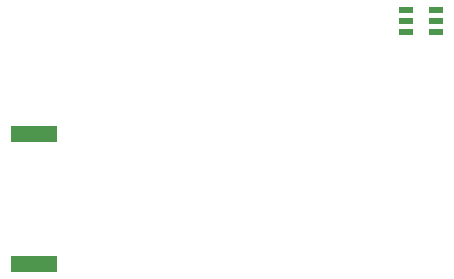
<source format=gtp>
%TF.GenerationSoftware,KiCad,Pcbnew,9.0.3*%
%TF.CreationDate,2025-08-18T10:50:27+02:00*%
%TF.ProjectId,gopher-arcade,676f7068-6572-42d6-9172-636164652e6b,rev?*%
%TF.SameCoordinates,Original*%
%TF.FileFunction,Paste,Top*%
%TF.FilePolarity,Positive*%
%FSLAX46Y46*%
G04 Gerber Fmt 4.6, Leading zero omitted, Abs format (unit mm)*
G04 Created by KiCad (PCBNEW 9.0.3) date 2025-08-18 10:50:27*
%MOMM*%
%LPD*%
G01*
G04 APERTURE LIST*
G04 Aperture macros list*
%AMRoundRect*
0 Rectangle with rounded corners*
0 $1 Rounding radius*
0 $2 $3 $4 $5 $6 $7 $8 $9 X,Y pos of 4 corners*
0 Add a 4 corners polygon primitive as box body*
4,1,4,$2,$3,$4,$5,$6,$7,$8,$9,$2,$3,0*
0 Add four circle primitives for the rounded corners*
1,1,$1+$1,$2,$3*
1,1,$1+$1,$4,$5*
1,1,$1+$1,$6,$7*
1,1,$1+$1,$8,$9*
0 Add four rect primitives between the rounded corners*
20,1,$1+$1,$2,$3,$4,$5,0*
20,1,$1+$1,$4,$5,$6,$7,0*
20,1,$1+$1,$6,$7,$8,$9,0*
20,1,$1+$1,$8,$9,$2,$3,0*%
G04 Aperture macros list end*
%ADD10RoundRect,0.072500X-0.532500X-0.217500X0.532500X-0.217500X0.532500X0.217500X-0.532500X0.217500X0*%
%ADD11R,4.000000X1.450000*%
G04 APERTURE END LIST*
D10*
%TO.C,U2*%
X101990000Y-110500000D03*
X101990000Y-111450000D03*
X101990000Y-112400000D03*
X104500000Y-112400000D03*
X104500000Y-111450000D03*
X104500000Y-110500000D03*
%TD*%
D11*
%TO.C,LS1*%
X70500000Y-132000000D03*
X70500000Y-121050000D03*
%TD*%
M02*

</source>
